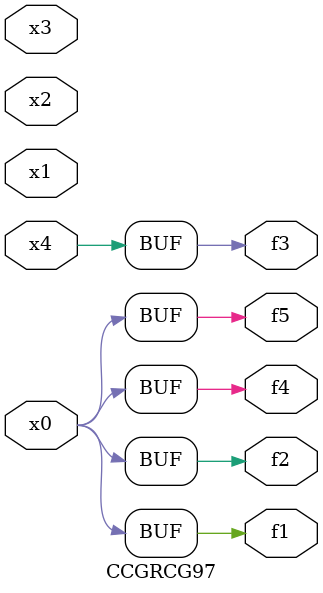
<source format=v>
module CCGRCG97(
	input x0, x1, x2, x3, x4,
	output f1, f2, f3, f4, f5
);
	assign f1 = x0;
	assign f2 = x0;
	assign f3 = x4;
	assign f4 = x0;
	assign f5 = x0;
endmodule

</source>
